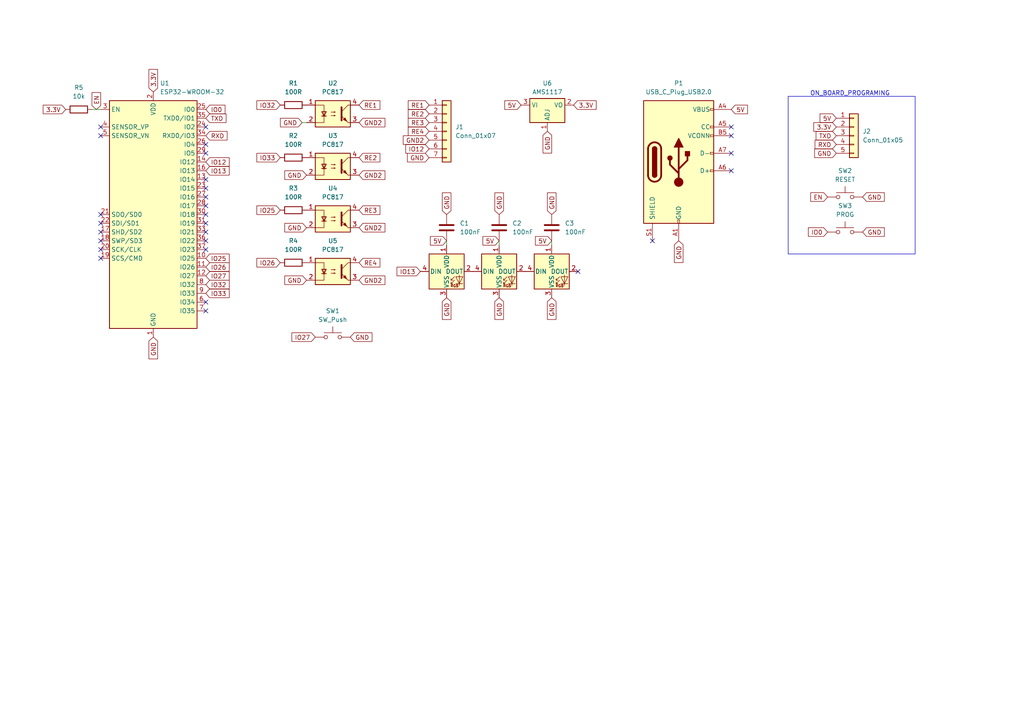
<source format=kicad_sch>
(kicad_sch (version 20230121) (generator eeschema)
  (paper "A4")
  (lib_symbols
    (symbol "Connector:USB_C_Plug_USB2.0" (pin_names (offset 1.016))
      (property "Reference" "P" (at -10.16 19.05 0))
      (property "Value" "USB_C_Plug_USB2.0" (at 12.7 19.05 0))
      (symbol "USB_C_Plug_USB2.0_0_0"
        (rectangle (start -0.254 -17.78) (end 0.254 -16.764))
        (rectangle (start 10.16 -2.286) (end 9.144 -2.794))
        (rectangle (start 10.16 2.794) (end 9.144 2.286))
        (rectangle (start 10.16 7.874) (end 9.144 7.366))
        (rectangle (start 10.16 10.414) (end 9.144 9.906))
        (rectangle (start 10.16 15.494) (end 9.144 14.986))
      )
      (symbol "USB_C_Plug_USB2.0_0_1"
        (rectangle (start -10.16 17.78) (end 10.16 -17.78) (stroke (width 0.254)) (fill (type background)))
        (arc (start -8.89 -3.81) (mid -6.985 -5.7067) (end -5.08 -3.81) (stroke (width 0.508)))
        (arc (start -7.62 -3.81) (mid -6.985 -4.4423) (end -6.35 -3.81) (stroke (width 0.254)))
        (arc (start -7.62 -3.81) (mid -6.985 -4.4423) (end -6.35 -3.81) (stroke (width 0.254)) (fill (type outline)))
        (rectangle (start -7.62 -3.81) (end -6.35 3.81) (stroke (width 0.254)) (fill (type outline)))
        (arc (start -6.35 3.81) (mid -6.985 4.4423) (end -7.62 3.81) (stroke (width 0.254)))
        (arc (start -6.35 3.81) (mid -6.985 4.4423) (end -7.62 3.81) (stroke (width 0.254)) (fill (type outline)))
        (arc (start -5.08 3.81) (mid -6.985 5.7067) (end -8.89 3.81) (stroke (width 0.508)))
        (circle (center -2.54 1.143) (radius 0.635) (stroke (width 0.254)) (fill (type outline)))
        (circle (center 0 -5.842) (radius 1.27) (fill (type outline)))
        (polyline (pts (xy -8.89 -3.81) (xy -8.89 3.81)) (stroke (width 0.508)))
        (polyline (pts (xy -5.08 3.81) (xy -5.08 -3.81)) (stroke (width 0.508)))
        (polyline (pts (xy 0 -5.842) (xy 0 4.318)) (stroke (width 0.508)))
        (polyline (pts (xy 0 -3.302) (xy -2.54 -0.762) (xy -2.54 0.508)) (stroke (width 0.508)))
        (polyline (pts (xy 0 -2.032) (xy 2.54 0.508) (xy 2.54 1.778)) (stroke (width 0.508)))
        (polyline (pts (xy -1.27 4.318) (xy 0 6.858) (xy 1.27 4.318) (xy -1.27 4.318)) (stroke (width 0.254)) (fill (type outline)))
        (rectangle (start 1.905 1.778) (end 3.175 3.048) (stroke (width 0.254)) (fill (type outline)))
      )
      (symbol "USB_C_Plug_USB2.0_1_1"
        (pin passive line (at 0 -22.86 90) (length 5.08) (name "GND") (number "A1"))
        (pin passive line (at 0 -22.86 90) (length 5.08) hide (name "GND") (number "A12"))
        (pin passive line (at 15.24 15.24 180) (length 5.08) (name "VBUS") (number "A4"))
        (pin bidirectional line (at 15.24 10.16 180) (length 5.08) (name "CC") (number "A5"))
        (pin bidirectional line (at 15.24 -2.54 180) (length 5.08) (name "D+") (number "A6"))
        (pin bidirectional line (at 15.24 2.54 180) (length 5.08) (name "D-") (number "A7"))
        (pin passive line (at 15.24 15.24 180) (length 5.08) hide (name "VBUS") (number "A9"))
        (pin passive line (at 0 -22.86 90) (length 5.08) hide (name "GND") (number "B1"))
        (pin passive line (at 0 -22.86 90) (length 5.08) hide (name "GND") (number "B12"))
        (pin passive line (at 15.24 15.24 180) (length 5.08) hide (name "VBUS") (number "B4"))
        (pin bidirectional line (at 15.24 7.62 180) (length 5.08) (name "VCONN") (number "B5"))
        (pin passive line (at 15.24 15.24 180) (length 5.08) hide (name "VBUS") (number "B9"))
        (pin passive line (at -7.62 -22.86 90) (length 5.08) (name "SHIELD") (number "S1"))
      )
    )
    (symbol "Connector_Generic:Conn_01x05" (pin_names (offset 1.016) hide)
      (property "Reference" "J" (at 0 7.62 0))
      (property "Value" "Conn_01x05" (at 0 -7.62 0))
      (symbol "Conn_01x05_1_1"
        (rectangle (start -1.27 -4.953) (end 0 -5.207) (stroke (width 0.1524)))
        (rectangle (start -1.27 -2.413) (end 0 -2.667) (stroke (width 0.1524)))
        (rectangle (start -1.27 0.127) (end 0 -0.127) (stroke (width 0.1524)))
        (rectangle (start -1.27 2.667) (end 0 2.413) (stroke (width 0.1524)))
        (rectangle (start -1.27 5.207) (end 0 4.953) (stroke (width 0.1524)))
        (rectangle (start -1.27 6.35) (end 1.27 -6.35) (stroke (width 0.254)) (fill (type background)))
        (pin passive line (at -5.08 5.08 0) (length 3.81) (name "Pin_1") (number "1"))
        (pin passive line (at -5.08 2.54 0) (length 3.81) (name "Pin_2") (number "2"))
        (pin passive line (at -5.08 0 0) (length 3.81) (name "Pin_3") (number "3"))
        (pin passive line (at -5.08 -2.54 0) (length 3.81) (name "Pin_4") (number "4"))
        (pin passive line (at -5.08 -5.08 0) (length 3.81) (name "Pin_5") (number "5"))
      )
    )
    (symbol "Connector_Generic:Conn_01x07" (pin_names (offset 1.016) hide)
      (property "Reference" "J" (at 0 10.16 0))
      (property "Value" "Conn_01x07" (at 0 -10.16 0))
      (symbol "Conn_01x07_1_1"
        (rectangle (start -1.27 -7.493) (end 0 -7.747) (stroke (width 0.1524)))
        (rectangle (start -1.27 -4.953) (end 0 -5.207) (stroke (width 0.1524)))
        (rectangle (start -1.27 -2.413) (end 0 -2.667) (stroke (width 0.1524)))
        (rectangle (start -1.27 0.127) (end 0 -0.127) (stroke (width 0.1524)))
        (rectangle (start -1.27 2.667) (end 0 2.413) (stroke (width 0.1524)))
        (rectangle (start -1.27 5.207) (end 0 4.953) (stroke (width 0.1524)))
        (rectangle (start -1.27 7.747) (end 0 7.493) (stroke (width 0.1524)))
        (rectangle (start -1.27 8.89) (end 1.27 -8.89) (stroke (width 0.254)) (fill (type background)))
        (pin passive line (at -5.08 7.62 0) (length 3.81) (name "Pin_1") (number "1"))
        (pin passive line (at -5.08 5.08 0) (length 3.81) (name "Pin_2") (number "2"))
        (pin passive line (at -5.08 2.54 0) (length 3.81) (name "Pin_3") (number "3"))
        (pin passive line (at -5.08 0 0) (length 3.81) (name "Pin_4") (number "4"))
        (pin passive line (at -5.08 -2.54 0) (length 3.81) (name "Pin_5") (number "5"))
        (pin passive line (at -5.08 -5.08 0) (length 3.81) (name "Pin_6") (number "6"))
        (pin passive line (at -5.08 -7.62 0) (length 3.81) (name "Pin_7") (number "7"))
      )
    )
    (symbol "Device:C" (pin_numbers hide) (pin_names (offset 0.254))
      (property "Reference" "C" (at 0.635 2.54 0))
      (property "Value" "C" (at 0.635 -2.54 0))
      (symbol "C_0_1"
        (polyline (pts (xy -2.032 -0.762) (xy 2.032 -0.762)) (stroke (width 0.508)))
        (polyline (pts (xy -2.032 0.762) (xy 2.032 0.762)) (stroke (width 0.508)))
      )
      (symbol "C_1_1"
        (pin passive line (at 0 3.81 270) (length 2.794) (name "~") (number "1"))
        (pin passive line (at 0 -3.81 90) (length 2.794) (name "~") (number "2"))
      )
    )
    (symbol "Device:R" (pin_numbers hide) (pin_names (offset 0))
      (property "Reference" "R" (at 2.032 0 90))
      (property "Value" "R" (at 0 0 90))
      (symbol "R_0_1"
        (rectangle (start -1.016 -2.54) (end 1.016 2.54) (stroke (width 0.254)))
      )
      (symbol "R_1_1"
        (pin passive line (at 0 3.81 270) (length 1.27) (name "~") (number "1"))
        (pin passive line (at 0 -3.81 90) (length 1.27) (name "~") (number "2"))
      )
    )
    (symbol "Isolator:PC817" (pin_names (offset 1.016))
      (property "Reference" "U" (at -5.08 5.08 0))
      (property "Value" "PC817" (at 0 5.08 0))
      (symbol "PC817_0_1"
        (rectangle (start -5.08 3.81) (end 5.08 -3.81) (stroke (width 0.254)) (fill (type background)))
        (polyline (pts (xy -3.175 -0.635) (xy -1.905 -0.635)) (stroke (width 0.254)))
        (polyline (pts (xy 2.54 0.635) (xy 4.445 2.54)))
        (polyline (pts (xy 4.445 -2.54) (xy 2.54 -0.635)) (fill (type outline)))
        (polyline (pts (xy 4.445 -2.54) (xy 5.08 -2.54)))
        (polyline (pts (xy 4.445 2.54) (xy 5.08 2.54)))
        (polyline (pts (xy -5.08 2.54) (xy -2.54 2.54) (xy -2.54 -0.635)))
        (polyline (pts (xy -2.54 -0.635) (xy -2.54 -2.54) (xy -5.08 -2.54)))
        (polyline (pts (xy 2.54 1.905) (xy 2.54 -1.905) (xy 2.54 -1.905)) (stroke (width 0.508)))
        (polyline (pts (xy -2.54 -0.635) (xy -3.175 0.635) (xy -1.905 0.635) (xy -2.54 -0.635)) (stroke (width 0.254)))
        (polyline (pts (xy -0.508 -0.508) (xy 0.762 -0.508) (xy 0.381 -0.635) (xy 0.381 -0.381) (xy 0.762 -0.508)))
        (polyline (pts (xy -0.508 0.508) (xy 0.762 0.508) (xy 0.381 0.381) (xy 0.381 0.635) (xy 0.762 0.508)))
        (polyline (pts (xy 3.048 -1.651) (xy 3.556 -1.143) (xy 4.064 -2.159) (xy 3.048 -1.651) (xy 3.048 -1.651)) (fill (type outline)))
      )
      (symbol "PC817_1_1"
        (pin passive line (at -7.62 2.54 0) (length 2.54) (name "~") (number "1"))
        (pin passive line (at -7.62 -2.54 0) (length 2.54) (name "~") (number "2"))
        (pin passive line (at 7.62 -2.54 180) (length 2.54) (name "~") (number "3"))
        (pin passive line (at 7.62 2.54 180) (length 2.54) (name "~") (number "4"))
      )
    )
    (symbol "LED:WS2812B" (pin_names (offset 0.254))
      (property "Reference" "D" (at 5.08 5.715 0))
      (property "Value" "WS2812B" (at 1.27 -5.715 0))
      (symbol "WS2812B_0_0"
        (text "RGB" (at 2.286 -4.191 0) (effects (font (size 0.762 0.762))))
      )
      (symbol "WS2812B_0_1"
        (polyline (pts (xy 1.27 -3.556) (xy 1.778 -3.556)))
        (polyline (pts (xy 1.27 -2.54) (xy 1.778 -2.54)))
        (polyline (pts (xy 4.699 -3.556) (xy 2.667 -3.556)))
        (polyline (pts (xy 2.286 -2.54) (xy 1.27 -3.556) (xy 1.27 -3.048)))
        (polyline (pts (xy 2.286 -1.524) (xy 1.27 -2.54) (xy 1.27 -2.032)))
        (polyline (pts (xy 3.683 -1.016) (xy 3.683 -3.556) (xy 3.683 -4.064)))
        (polyline (pts (xy 4.699 -1.524) (xy 2.667 -1.524) (xy 3.683 -3.556) (xy 4.699 -1.524)))
        (rectangle (start 5.08 5.08) (end -5.08 -5.08) (stroke (width 0.254)) (fill (type background)))
      )
      (symbol "WS2812B_1_1"
        (pin power_in line (at 0 7.62 270) (length 2.54) (name "VDD") (number "1"))
        (pin output line (at 7.62 0 180) (length 2.54) (name "DOUT") (number "2"))
        (pin power_in line (at 0 -7.62 90) (length 2.54) (name "VSS") (number "3"))
        (pin input line (at -7.62 0 0) (length 2.54) (name "DIN") (number "4"))
      )
    )
    (symbol "RF_Module:ESP32-WROOM-32"
      (property "Reference" "U" (at -12.7 34.29 0))
      (property "Value" "ESP32-WROOM-32" (at 1.27 34.29 0))
      (symbol "ESP32-WROOM-32_0_1"
        (rectangle (start -12.7 33.02) (end 12.7 -33.02) (stroke (width 0.254)) (fill (type background)))
      )
      (symbol "ESP32-WROOM-32_1_1"
        (pin power_in line (at 0 -35.56 90) (length 2.54) (name "GND") (number "1"))
        (pin bidirectional line (at 15.24 -12.7 180) (length 2.54) (name "IO25") (number "10"))
        (pin bidirectional line (at 15.24 -15.24 180) (length 2.54) (name "IO26") (number "11"))
        (pin bidirectional line (at 15.24 -17.78 180) (length 2.54) (name "IO27") (number "12"))
        (pin bidirectional line (at 15.24 10.16 180) (length 2.54) (name "IO14") (number "13"))
        (pin bidirectional line (at 15.24 15.24 180) (length 2.54) (name "IO12") (number "14"))
        (pin passive line (at 0 -35.56 90) (length 2.54) hide (name "GND") (number "15"))
        (pin bidirectional line (at 15.24 12.7 180) (length 2.54) (name "IO13") (number "16"))
        (pin bidirectional line (at -15.24 -5.08 0) (length 2.54) (name "SHD/SD2") (number "17"))
        (pin bidirectional line (at -15.24 -7.62 0) (length 2.54) (name "SWP/SD3") (number "18"))
        (pin bidirectional line (at -15.24 -12.7 0) (length 2.54) (name "SCS/CMD") (number "19"))
        (pin power_in line (at 0 35.56 270) (length 2.54) (name "VDD") (number "2"))
        (pin bidirectional line (at -15.24 -10.16 0) (length 2.54) (name "SCK/CLK") (number "20"))
        (pin bidirectional line (at -15.24 0 0) (length 2.54) (name "SDO/SD0") (number "21"))
        (pin bidirectional line (at -15.24 -2.54 0) (length 2.54) (name "SDI/SD1") (number "22"))
        (pin bidirectional line (at 15.24 7.62 180) (length 2.54) (name "IO15") (number "23"))
        (pin bidirectional line (at 15.24 25.4 180) (length 2.54) (name "IO2") (number "24"))
        (pin bidirectional line (at 15.24 30.48 180) (length 2.54) (name "IO0") (number "25"))
        (pin bidirectional line (at 15.24 20.32 180) (length 2.54) (name "IO4") (number "26"))
        (pin bidirectional line (at 15.24 5.08 180) (length 2.54) (name "IO16") (number "27"))
        (pin bidirectional line (at 15.24 2.54 180) (length 2.54) (name "IO17") (number "28"))
        (pin bidirectional line (at 15.24 17.78 180) (length 2.54) (name "IO5") (number "29"))
        (pin input line (at -15.24 30.48 0) (length 2.54) (name "EN") (number "3"))
        (pin bidirectional line (at 15.24 0 180) (length 2.54) (name "IO18") (number "30"))
        (pin bidirectional line (at 15.24 -2.54 180) (length 2.54) (name "IO19") (number "31"))
        (pin no_connect line (at -12.7 -27.94 0) (length 2.54) hide (name "NC") (number "32"))
        (pin bidirectional line (at 15.24 -5.08 180) (length 2.54) (name "IO21") (number "33"))
        (pin bidirectional line (at 15.24 22.86 180) (length 2.54) (name "RXD0/IO3") (number "34"))
        (pin bidirectional line (at 15.24 27.94 180) (length 2.54) (name "TXD0/IO1") (number "35"))
        (pin bidirectional line (at 15.24 -7.62 180) (length 2.54) (name "IO22") (number "36"))
        (pin bidirectional line (at 15.24 -10.16 180) (length 2.54) (name "IO23") (number "37"))
        (pin passive line (at 0 -35.56 90) (length 2.54) hide (name "GND") (number "38"))
        (pin passive line (at 0 -35.56 90) (length 2.54) hide (name "GND") (number "39"))
        (pin input line (at -15.24 25.4 0) (length 2.54) (name "SENSOR_VP") (number "4"))
        (pin input line (at -15.24 22.86 0) (length 2.54) (name "SENSOR_VN") (number "5"))
        (pin input line (at 15.24 -25.4 180) (length 2.54) (name "IO34") (number "6"))
        (pin input line (at 15.24 -27.94 180) (length 2.54) (name "IO35") (number "7"))
        (pin bidirectional line (at 15.24 -20.32 180) (length 2.54) (name "IO32") (number "8"))
        (pin bidirectional line (at 15.24 -22.86 180) (length 2.54) (name "IO33") (number "9"))
      )
    )
    (symbol "Regulator_Linear:AMS1117"
      (property "Reference" "U" (at -3.81 3.175 0))
      (property "Value" "AMS1117" (at 0 3.175 0))
      (symbol "AMS1117_0_1"
        (rectangle (start -5.08 -5.08) (end 5.08 1.905) (stroke (width 0.254)) (fill (type background)))
      )
      (symbol "AMS1117_1_1"
        (pin input line (at 0 -7.62 90) (length 2.54) (name "ADJ") (number "1"))
        (pin power_out line (at 7.62 0 180) (length 2.54) (name "VO") (number "2"))
        (pin power_in line (at -7.62 0 0) (length 2.54) (name "VI") (number "3"))
      )
    )
    (symbol "Switch:SW_Push" (pin_numbers hide) (pin_names (offset 1.016) hide)
      (property "Reference" "SW" (at 1.27 2.54 0))
      (property "Value" "SW_Push" (at 0 -1.524 0))
      (symbol "SW_Push_0_1"
        (circle (center -2.032 0) (radius 0.508))
        (polyline (pts (xy 0 1.27) (xy 0 3.048)))
        (polyline (pts (xy 2.54 1.27) (xy -2.54 1.27)))
        (circle (center 2.032 0) (radius 0.508))
        (pin passive line (at -5.08 0 0) (length 2.54) (name "1") (number "1"))
        (pin passive line (at 5.08 0 180) (length 2.54) (name "2") (number "2"))
      )
    )
  )
  (no_connect (at 29.21 69.85))
  (no_connect (at 59.69 90.17))
  (no_connect (at 29.21 36.83))
  (no_connect (at 59.69 67.31))
  (no_connect (at 167.64 78.74))
  (no_connect (at 29.21 39.37))
  (no_connect (at 59.69 41.91))
  (no_connect (at 189.23 69.85))
  (no_connect (at 59.69 62.23))
  (no_connect (at 29.21 62.23))
  (no_connect (at 59.69 64.77))
  (no_connect (at 59.69 59.69))
  (no_connect (at 59.69 57.15))
  (no_connect (at 59.69 54.61))
  (no_connect (at 59.69 87.63))
  (no_connect (at 212.09 44.45))
  (no_connect (at 59.69 72.39))
  (no_connect (at 29.21 67.31))
  (no_connect (at 212.09 39.37))
  (no_connect (at 29.21 72.39))
  (no_connect (at 29.21 74.93))
  (no_connect (at 212.09 49.53))
  (no_connect (at 29.21 64.77))
  (no_connect (at 212.09 36.83))
  (no_connect (at 59.69 44.45))
  (no_connect (at 59.69 69.85))
  (no_connect (at 59.69 52.07))
  (no_connect (at 59.69 36.83))
  (wire (pts (xy 144.78 69.85) (xy 144.78 71.12)))
  (wire (pts (xy 160.02 69.85) (xy 160.02 71.12)))
  (wire (pts (xy 129.54 69.85) (xy 129.54 71.12)))
  (wire (pts (xy 87.63 35.56) (xy 88.9 35.56)))
  (wire (pts (xy 26.67 31.75) (xy 29.21 31.75)))
  (rectangle (start 228.6 27.94) (end 265.43 73.66))
  (text "ON_BOARD_PROGRAMING" (at 234.95 27.94 0) (effects (font (size 1.27 1.27)) (justify left bottom)))
  (global_label "3.3V" (shape input) (at 166.37 30.48 0) (property "Intersheetrefs" "${INTERSHEET_REFS}" (effects hide)))
  (global_label "RXD" (shape input) (at 242.57 41.91 180) (property "Intersheetrefs" "${INTERSHEET_REFS}" (effects hide)))
  (global_label "IO26" (shape input) (at 59.69 77.47 0) (property "Intersheetrefs" "${INTERSHEET_REFS}" (effects hide)))
  (global_label "GND" (shape input) (at 124.46 45.72 180) (property "Intersheetrefs" "${INTERSHEET_REFS}" (effects hide)))
  (global_label "5V" (shape input) (at 129.54 69.85 180) (property "Intersheetrefs" "${INTERSHEET_REFS}" (effects hide)))
  (global_label "GND" (shape input) (at 144.78 86.36 270) (property "Intersheetrefs" "${INTERSHEET_REFS}" (effects hide)))
  (global_label "5V" (shape input) (at 160.02 69.85 180) (property "Intersheetrefs" "${INTERSHEET_REFS}" (effects hide)))
  (global_label "GND" (shape input) (at 129.54 62.23 90) (property "Intersheetrefs" "${INTERSHEET_REFS}" (effects hide)))
  (global_label "IO25" (shape input) (at 59.69 74.93 0) (property "Intersheetrefs" "${INTERSHEET_REFS}" (effects hide)))
  (global_label "EN" (shape input) (at 240.03 57.15 180) (property "Intersheetrefs" "${INTERSHEET_REFS}" (effects hide)))
  (global_label "GND" (shape input) (at 129.54 86.36 270) (property "Intersheetrefs" "${INTERSHEET_REFS}" (effects hide)))
  (global_label "GND2" (shape input) (at 104.14 35.56 0) (property "Intersheetrefs" "${INTERSHEET_REFS}" (effects hide)))
  (global_label "3.3V" (shape input) (at 242.57 36.83 180) (property "Intersheetrefs" "${INTERSHEET_REFS}" (effects hide)))
  (global_label "GND2" (shape input) (at 124.46 40.64 180) (property "Intersheetrefs" "${INTERSHEET_REFS}" (effects hide)))
  (global_label "3.3V" (shape input) (at 44.45 26.67 90) (property "Intersheetrefs" "${INTERSHEET_REFS}" (effects hide)))
  (global_label "RE3" (shape input) (at 124.46 35.56 180) (property "Intersheetrefs" "${INTERSHEET_REFS}" (effects hide)))
  (global_label "IO12" (shape input) (at 59.69 46.99 0) (property "Intersheetrefs" "${INTERSHEET_REFS}" (effects hide)))
  (global_label "GND2" (shape input) (at 104.14 66.04 0) (property "Intersheetrefs" "${INTERSHEET_REFS}" (effects hide)))
  (global_label "IO13" (shape input) (at 59.69 49.53 0) (property "Intersheetrefs" "${INTERSHEET_REFS}" (effects hide)))
  (global_label "IO27" (shape input) (at 59.69 80.01 0) (property "Intersheetrefs" "${INTERSHEET_REFS}" (effects hide)))
  (global_label "GND" (shape input) (at 250.19 67.31 0) (property "Intersheetrefs" "${INTERSHEET_REFS}" (effects hide)))
  (global_label "IO13" (shape input) (at 121.92 78.74 180) (property "Intersheetrefs" "${INTERSHEET_REFS}" (effects hide)))
  (global_label "RE1" (shape input) (at 104.14 30.48 0) (property "Intersheetrefs" "${INTERSHEET_REFS}" (effects hide)))
  (global_label "GND" (shape input) (at 196.85 69.85 270) (property "Intersheetrefs" "${INTERSHEET_REFS}" (effects hide)))
  (global_label "RE4" (shape input) (at 104.14 76.2 0) (property "Intersheetrefs" "${INTERSHEET_REFS}" (effects hide)))
  (global_label "IO0" (shape input) (at 240.03 67.31 180) (property "Intersheetrefs" "${INTERSHEET_REFS}" (effects hide)))
  (global_label "GND" (shape input) (at 160.02 86.36 270) (property "Intersheetrefs" "${INTERSHEET_REFS}" (effects hide)))
  (global_label "GND" (shape input) (at 144.78 62.23 90) (property "Intersheetrefs" "${INTERSHEET_REFS}" (effects hide)))
  (global_label "EN" (shape input) (at 27.94 31.75 90) (property "Intersheetrefs" "${INTERSHEET_REFS}" (effects hide)))
  (global_label "GND" (shape input) (at 88.9 50.8 180) (property "Intersheetrefs" "${INTERSHEET_REFS}" (effects hide)))
  (global_label "RE4" (shape input) (at 124.46 38.1 180) (property "Intersheetrefs" "${INTERSHEET_REFS}" (effects hide)))
  (global_label "IO33" (shape input) (at 59.69 85.09 0) (property "Intersheetrefs" "${INTERSHEET_REFS}" (effects hide)))
  (global_label "GND2" (shape input) (at 104.14 50.8 0) (property "Intersheetrefs" "${INTERSHEET_REFS}" (effects hide)))
  (global_label "RE2" (shape input) (at 104.14 45.72 0) (property "Intersheetrefs" "${INTERSHEET_REFS}" (effects hide)))
  (global_label "5V" (shape input) (at 242.57 34.29 180) (property "Intersheetrefs" "${INTERSHEET_REFS}" (effects hide)))
  (global_label "RE1" (shape input) (at 124.46 30.48 180) (property "Intersheetrefs" "${INTERSHEET_REFS}" (effects hide)))
  (global_label "GND" (shape input) (at 160.02 62.23 90) (property "Intersheetrefs" "${INTERSHEET_REFS}" (effects hide)))
  (global_label "GND" (shape input) (at 88.9 81.28 180) (property "Intersheetrefs" "${INTERSHEET_REFS}" (effects hide)))
  (global_label "RE2" (shape input) (at 124.46 33.02 180) (property "Intersheetrefs" "${INTERSHEET_REFS}" (effects hide)))
  (global_label "TXD" (shape input) (at 59.69 34.29 0) (property "Intersheetrefs" "${INTERSHEET_REFS}" (effects hide)))
  (global_label "GND" (shape input) (at 87.63 35.56 180) (property "Intersheetrefs" "${INTERSHEET_REFS}" (effects hide)))
  (global_label "GND2" (shape input) (at 104.14 81.28 0) (property "Intersheetrefs" "${INTERSHEET_REFS}" (effects hide)))
  (global_label "GND" (shape input) (at 88.9 66.04 180) (property "Intersheetrefs" "${INTERSHEET_REFS}" (effects hide)))
  (global_label "3.3V" (shape input) (at 19.05 31.75 180) (property "Intersheetrefs" "${INTERSHEET_REFS}" (effects hide)))
  (global_label "IO32" (shape input) (at 59.69 82.55 0) (property "Intersheetrefs" "${INTERSHEET_REFS}" (effects hide)))
  (global_label "GND" (shape input) (at 44.45 97.79 270) (property "Intersheetrefs" "${INTERSHEET_REFS}" (effects hide)))
  (global_label "GND" (shape input) (at 101.6 97.79 0) (property "Intersheetrefs" "${INTERSHEET_REFS}" (effects hide)))
  (global_label "IO33" (shape input) (at 81.28 45.72 180) (property "Intersheetrefs" "${INTERSHEET_REFS}" (effects hide)))
  (global_label "GND" (shape input) (at 250.19 57.15 0) (property "Intersheetrefs" "${INTERSHEET_REFS}" (effects hide)))
  (global_label "GND" (shape input) (at 242.57 44.45 180) (property "Intersheetrefs" "${INTERSHEET_REFS}" (effects hide)))
  (global_label "RE3" (shape input) (at 104.14 60.96 0) (property "Intersheetrefs" "${INTERSHEET_REFS}" (effects hide)))
  (global_label "RXD" (shape input) (at 59.69 39.37 0) (property "Intersheetrefs" "${INTERSHEET_REFS}" (effects hide)))
  (global_label "IO0" (shape input) (at 59.69 31.75 0) (property "Intersheetrefs" "${INTERSHEET_REFS}" (effects hide)))
  (global_label "IO25" (shape input) (at 81.28 60.96 180) (property "Intersheetrefs" "${INTERSHEET_REFS}" (effects hide)))
  (global_label "TXD" (shape input) (at 242.57 39.37 180) (property "Intersheetrefs" "${INTERSHEET_REFS}" (effects hide)))
  (global_label "IO32" (shape input) (at 81.28 30.48 180) (property "Intersheetrefs" "${INTERSHEET_REFS}" (effects hide)))
  (global_label "IO27" (shape input) (at 91.44 97.79 180) (property "Intersheetrefs" "${INTERSHEET_REFS}" (effects hide)))
  (global_label "IO26" (shape input) (at 81.28 76.2 180) (property "Intersheetrefs" "${INTERSHEET_REFS}" (effects hide)))
  (global_label "GND" (shape input) (at 158.75 38.1 270) (property "Intersheetrefs" "${INTERSHEET_REFS}" (effects hide)))
  (global_label "5V" (shape input) (at 144.78 69.85 180) (property "Intersheetrefs" "${INTERSHEET_REFS}" (effects hide)))
  (global_label "5V" (shape input) (at 212.09 31.75 0) (property "Intersheetrefs" "${INTERSHEET_REFS}" (effects hide)))
  (global_label "5V" (shape input) (at 151.13 30.48 180) (property "Intersheetrefs" "${INTERSHEET_REFS}" (effects hide)))
  (global_label "IO12" (shape input) (at 124.46 43.18 180) (property "Intersheetrefs" "${INTERSHEET_REFS}" (effects hide)))
  (symbol (lib_id "Connector_Generic:Conn_01x05") (at 247.65 39.37 0) (unit 1)
    (property "Reference" "J2" (at 250.19 38.1 0) (effects (justify left)))
    (property "Value" "Conn_01x05" (at 250.19 40.64 0) (effects (justify left)))
    (property "Footprint" "Connector_PinHeader_2.54mm:PinHeader_1x05_P2.54mm_Vertical" (effects hide))
  )
  (symbol (lib_id "LED:WS2812B") (at 160.02 78.74 0) (unit 1)
    (property "Reference" "D3" (effects hide))
    (property "Value" "WS2812B" (effects hide))
    (property "Footprint" "LED_SMD:LED_WS2812B_PLCC4_5.0x5.0mm_P3.2mm" (effects hide))
    (property "Datasheet" "https://cdn-shop.adafruit.com/datasheets/WS2812B.pdf" (effects hide))
  )
  (symbol (lib_id "Switch:SW_Push") (at 96.52 97.79 0) (unit 1)
    (property "Reference" "SW1" (at 96.52 90.17 0))
    (property "Value" "SW_Push" (at 96.52 92.71 0))
    (property "Footprint" "Button_Switch_SMD:Panasonic_EVQPUM_EVQPUD" (effects hide))
  )
  (symbol (lib_id "Connector_Generic:Conn_01x07") (at 129.54 38.1 0) (unit 1)
    (property "Reference" "J1" (at 132.08 36.83 0) (effects (justify left)))
    (property "Value" "Conn_01x07" (at 132.08 39.37 0) (effects (justify left)))
    (property "Footprint" "Connector_PinSocket_2.54mm:PinSocket_1x07_P2.54mm_Horizontal" (effects hide))
  )
  (symbol (lib_id "Isolator:PC817") (at 96.52 33.02 0) (unit 1)
    (property "Reference" "U2" (at 96.52 24.13 0))
    (property "Value" "PC817" (at 96.52 26.67 0))
    (property "Footprint" "Package_DIP:DIP-4_W7.62mm" (effects hide))
    (property "Datasheet" "http://www.soselectronic.cz/a_info/resource/d/pc817.pdf" (effects hide))
  )
  (symbol (lib_id "Connector:USB_C_Plug_USB2.0") (at 196.85 46.99 0) (unit 1)
    (property "Reference" "P1" (at 196.85 24.13 0))
    (property "Value" "USB_C_Plug_USB2.0" (at 196.85 26.67 0))
    (property "Footprint" "Connector_USB:USB_C_Receptacle_GCT_USB4135-GF-A_6P_TopMnt_Horizontal" (effects hide))
    (property "Datasheet" "https://www.usb.org/sites/default/files/documents/usb_type-c.zip" (effects hide))
  )
  (symbol (lib_id "Device:C") (at 129.54 66.04 0) (unit 1)
    (property "Reference" "C1" (at 133.35 64.77 0) (effects (justify left)))
    (property "Value" "100nF" (at 133.35 67.31 0) (effects (justify left)))
    (property "Footprint" "Capacitor_SMD:C_1206_3216Metric" (effects hide))
  )
  (symbol (lib_id "Isolator:PC817") (at 96.52 78.74 0) (unit 1)
    (property "Reference" "U5" (at 96.52 69.85 0))
    (property "Value" "PC817" (at 96.52 72.39 0))
    (property "Footprint" "Package_DIP:DIP-4_W7.62mm" (effects hide))
    (property "Datasheet" "http://www.soselectronic.cz/a_info/resource/d/pc817.pdf" (effects hide))
  )
  (symbol (lib_id "Device:R") (at 22.86 31.75 90) (unit 1)
    (property "Reference" "R5" (at 22.86 25.4 90))
    (property "Value" "10k" (at 22.86 27.94 90))
    (property "Footprint" "Resistor_THT:R_Axial_DIN0207_L6.3mm_D2.5mm_P10.16mm_Horizontal" (effects hide))
  )
  (symbol (lib_id "Switch:SW_Push") (at 245.11 57.15 0) (unit 1)
    (property "Reference" "SW2" (at 245.11 49.53 0))
    (property "Value" "RESET" (at 245.11 52.07 0))
    (property "Footprint" "Button_Switch_SMD:Panasonic_EVQPUM_EVQPUD" (effects hide))
  )
  (symbol (lib_id "LED:WS2812B") (at 144.78 78.74 0) (unit 1)
    (property "Reference" "D2" (effects hide))
    (property "Value" "WS2812B" (effects hide))
    (property "Footprint" "LED_SMD:LED_WS2812B_PLCC4_5.0x5.0mm_P3.2mm" (effects hide))
    (property "Datasheet" "https://cdn-shop.adafruit.com/datasheets/WS2812B.pdf" (effects hide))
  )
  (symbol (lib_id "Device:C") (at 144.78 66.04 0) (unit 1)
    (property "Reference" "C2" (at 148.59 64.77 0) (effects (justify left)))
    (property "Value" "100nF" (at 148.59 67.31 0) (effects (justify left)))
    (property "Footprint" "Capacitor_SMD:C_1206_3216Metric" (effects hide))
  )
  (symbol (lib_id "Isolator:PC817") (at 96.52 63.5 0) (unit 1)
    (property "Reference" "U4" (at 96.52 54.61 0))
    (property "Value" "PC817" (at 96.52 57.15 0))
    (property "Footprint" "Package_DIP:DIP-4_W7.62mm" (effects hide))
    (property "Datasheet" "http://www.soselectronic.cz/a_info/resource/d/pc817.pdf" (effects hide))
  )
  (symbol (lib_id "Switch:SW_Push") (at 245.11 67.31 0) (unit 1)
    (property "Reference" "SW3" (at 245.11 59.69 0))
    (property "Value" "PROG" (at 245.11 62.23 0))
    (property "Footprint" "Button_Switch_SMD:Panasonic_EVQPUM_EVQPUD" (effects hide))
  )
  (symbol (lib_id "Regulator_Linear:AMS1117") (at 158.75 30.48 0) (unit 1)
    (property "Reference" "U6" (at 158.75 24.13 0))
    (property "Value" "AMS1117" (at 158.75 26.67 0))
    (property "Footprint" "Package_TO_SOT_SMD:SOT-223-3_TabPin2" (effects hide))
    (property "Datasheet" "http://www.advanced-monolithic.com/pdf/ds1117.pdf" (effects hide))
  )
  (symbol (lib_id "LED:WS2812B") (at 129.54 78.74 0) (unit 1)
    (property "Reference" "D1" (effects hide))
    (property "Value" "WS2812B" (effects hide))
    (property "Footprint" "LED_SMD:LED_WS2812B_PLCC4_5.0x5.0mm_P3.2mm" (effects hide))
    (property "Datasheet" "https://cdn-shop.adafruit.com/datasheets/WS2812B.pdf" (effects hide))
  )
  (symbol (lib_id "Device:R") (at 85.09 30.48 90) (unit 1)
    (property "Reference" "R1" (at 85.09 24.13 90))
    (property "Value" "100R" (at 85.09 26.67 90))
    (property "Footprint" "Resistor_THT:R_Axial_DIN0207_L6.3mm_D2.5mm_P10.16mm_Horizontal" (effects hide))
  )
  (symbol (lib_id "Isolator:PC817") (at 96.52 48.26 0) (unit 1)
    (property "Reference" "U3" (at 96.52 39.37 0))
    (property "Value" "PC817" (at 96.52 41.91 0))
    (property "Footprint" "Package_DIP:DIP-4_W7.62mm" (effects hide))
    (property "Datasheet" "http://www.soselectronic.cz/a_info/resource/d/pc817.pdf" (effects hide))
  )
  (symbol (lib_id "Device:C") (at 160.02 66.04 0) (unit 1)
    (property "Reference" "C3" (at 163.83 64.77 0) (effects (justify left)))
    (property "Value" "100nF" (at 163.83 67.31 0) (effects (justify left)))
    (property "Footprint" "Capacitor_SMD:C_1206_3216Metric" (effects hide))
  )
  (symbol (lib_id "Device:R") (at 85.09 45.72 90) (unit 1)
    (property "Reference" "R2" (at 85.09 39.37 90))
    (property "Value" "100R" (at 85.09 41.91 90))
    (property "Footprint" "Resistor_THT:R_Axial_DIN0207_L6.3mm_D2.5mm_P10.16mm_Horizontal" (effects hide))
  )
  (symbol (lib_id "Device:R") (at 85.09 76.2 90) (unit 1)
    (property "Reference" "R4" (at 85.09 69.85 90))
    (property "Value" "100R" (at 85.09 72.39 90))
    (property "Footprint" "Resistor_THT:R_Axial_DIN0207_L6.3mm_D2.5mm_P10.16mm_Horizontal" (effects hide))
  )
  (symbol (lib_id "Device:R") (at 85.09 60.96 90) (unit 1)
    (property "Reference" "R3" (at 85.09 54.61 90))
    (property "Value" "100R" (at 85.09 57.15 90))
    (property "Footprint" "Resistor_THT:R_Axial_DIN0207_L6.3mm_D2.5mm_P10.16mm_Horizontal" (effects hide))
  )
  (symbol (lib_id "RF_Module:ESP32-WROOM-32") (at 44.45 62.23 0) (unit 1)
    (property "Reference" "U1" (at 46.4059 24.13 0) (effects (justify left)))
    (property "Value" "ESP32-WROOM-32" (at 46.4059 26.67 0) (effects (justify left)))
    (property "Footprint" "RF_Module:ESP32-WROOM-32" (effects hide))
    (property "Datasheet" "https://www.espressif.com/sites/default/files/documentation/esp32-wroom-32_datasheet_en.pdf" (effects hide))
  )
)
</source>
